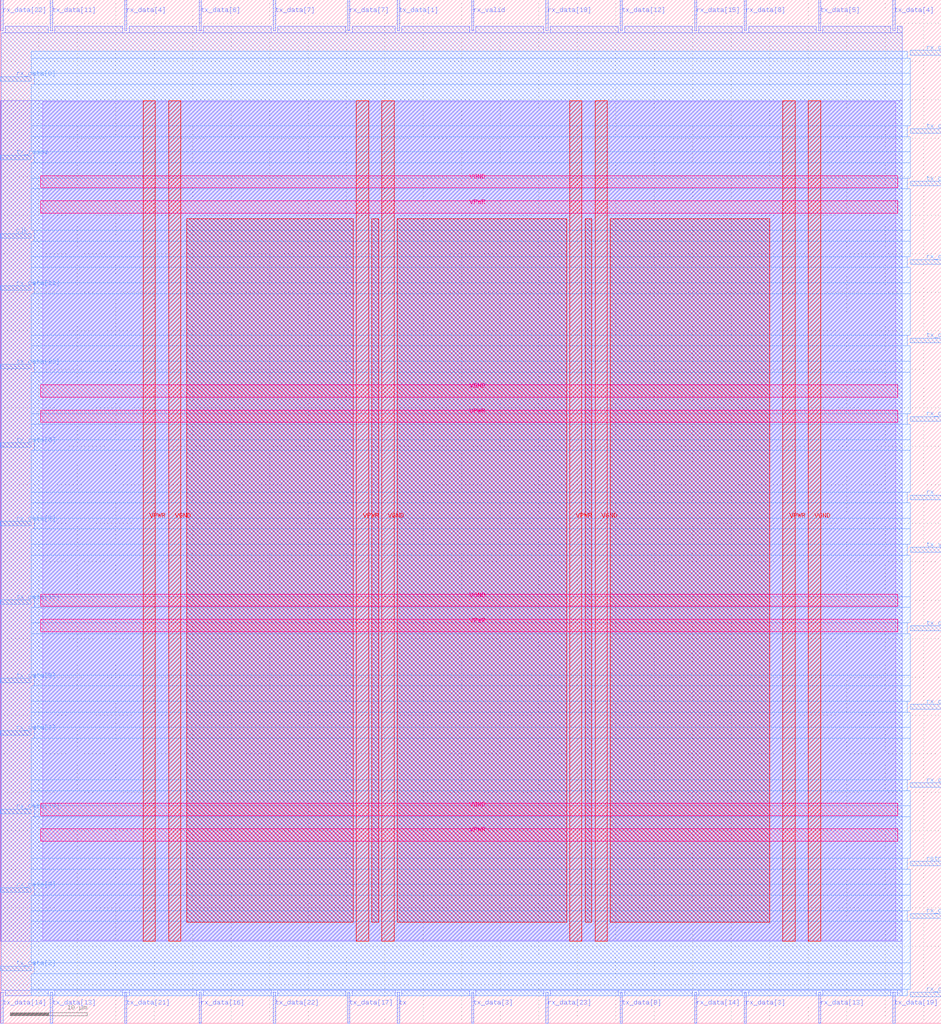
<source format=lef>
VERSION 5.7 ;
  NOWIREEXTENSIONATPIN ON ;
  DIVIDERCHAR "/" ;
  BUSBITCHARS "[]" ;
MACRO uart_top
  CLASS BLOCK ;
  FOREIGN uart_top ;
  ORIGIN 0.000 0.000 ;
  SIZE 122.300 BY 133.020 ;
  PIN VGND
    DIRECTION INOUT ;
    USE GROUND ;
    PORT
      LAYER met4 ;
        RECT 21.875 10.640 23.475 119.920 ;
    END
    PORT
      LAYER met4 ;
        RECT 49.590 10.640 51.190 119.920 ;
    END
    PORT
      LAYER met4 ;
        RECT 77.305 10.640 78.905 119.920 ;
    END
    PORT
      LAYER met4 ;
        RECT 105.020 10.640 106.620 119.920 ;
    END
    PORT
      LAYER met5 ;
        RECT 5.280 26.980 116.620 28.580 ;
    END
    PORT
      LAYER met5 ;
        RECT 5.280 54.180 116.620 55.780 ;
    END
    PORT
      LAYER met5 ;
        RECT 5.280 81.380 116.620 82.980 ;
    END
    PORT
      LAYER met5 ;
        RECT 5.280 108.580 116.620 110.180 ;
    END
  END VGND
  PIN VPWR
    DIRECTION INOUT ;
    USE POWER ;
    PORT
      LAYER met4 ;
        RECT 18.575 10.640 20.175 119.920 ;
    END
    PORT
      LAYER met4 ;
        RECT 46.290 10.640 47.890 119.920 ;
    END
    PORT
      LAYER met4 ;
        RECT 74.005 10.640 75.605 119.920 ;
    END
    PORT
      LAYER met4 ;
        RECT 101.720 10.640 103.320 119.920 ;
    END
    PORT
      LAYER met5 ;
        RECT 5.280 23.680 116.620 25.280 ;
    END
    PORT
      LAYER met5 ;
        RECT 5.280 50.880 116.620 52.480 ;
    END
    PORT
      LAYER met5 ;
        RECT 5.280 78.080 116.620 79.680 ;
    END
    PORT
      LAYER met5 ;
        RECT 5.280 105.280 116.620 106.880 ;
    END
  END VPWR
  PIN clk
    DIRECTION INPUT ;
    USE SIGNAL ;
    ANTENNAGATEAREA 0.852000 ;
    PORT
      LAYER met3 ;
        RECT 0.000 102.040 4.000 102.640 ;
    END
  END clk
  PIN rstn
    DIRECTION INPUT ;
    USE SIGNAL ;
    ANTENNAGATEAREA 0.126000 ;
    PORT
      LAYER met3 ;
        RECT 118.300 20.440 122.300 21.040 ;
    END
  END rstn
  PIN rx
    DIRECTION INPUT ;
    USE SIGNAL ;
    ANTENNAGATEAREA 0.196500 ;
    PORT
      LAYER met3 ;
        RECT 118.300 68.040 122.300 68.640 ;
    END
  END rx
  PIN rx_data[0]
    DIRECTION OUTPUT TRISTATE ;
    USE SIGNAL ;
    ANTENNADIFFAREA 0.795200 ;
    PORT
      LAYER met3 ;
        RECT 0.000 122.440 4.000 123.040 ;
    END
  END rx_data[0]
  PIN rx_data[10]
    DIRECTION OUTPUT TRISTATE ;
    USE SIGNAL ;
    ANTENNADIFFAREA 0.445500 ;
    PORT
      LAYER met3 ;
        RECT 118.300 78.240 122.300 78.840 ;
    END
  END rx_data[10]
  PIN rx_data[11]
    DIRECTION OUTPUT TRISTATE ;
    USE SIGNAL ;
    ANTENNADIFFAREA 0.795200 ;
    PORT
      LAYER met3 ;
        RECT 0.000 95.240 4.000 95.840 ;
    END
  END rx_data[11]
  PIN rx_data[12]
    DIRECTION OUTPUT TRISTATE ;
    USE SIGNAL ;
    ANTENNADIFFAREA 0.795200 ;
    PORT
      LAYER met3 ;
        RECT 118.300 13.640 122.300 14.240 ;
    END
  END rx_data[12]
  PIN rx_data[13]
    DIRECTION OUTPUT TRISTATE ;
    USE SIGNAL ;
    ANTENNADIFFAREA 0.795200 ;
    PORT
      LAYER met2 ;
        RECT 106.350 0.000 106.630 4.000 ;
    END
  END rx_data[13]
  PIN rx_data[14]
    DIRECTION OUTPUT TRISTATE ;
    USE SIGNAL ;
    ANTENNADIFFAREA 0.795200 ;
    PORT
      LAYER met2 ;
        RECT 90.250 0.000 90.530 4.000 ;
    END
  END rx_data[14]
  PIN rx_data[15]
    DIRECTION OUTPUT TRISTATE ;
    USE SIGNAL ;
    ANTENNADIFFAREA 0.795200 ;
    PORT
      LAYER met2 ;
        RECT 90.250 129.020 90.530 133.020 ;
    END
  END rx_data[15]
  PIN rx_data[16]
    DIRECTION OUTPUT TRISTATE ;
    USE SIGNAL ;
    ANTENNADIFFAREA 0.795200 ;
    PORT
      LAYER met2 ;
        RECT 25.850 0.000 26.130 4.000 ;
    END
  END rx_data[16]
  PIN rx_data[17]
    DIRECTION OUTPUT TRISTATE ;
    USE SIGNAL ;
    ANTENNADIFFAREA 0.445500 ;
    PORT
      LAYER met3 ;
        RECT 118.300 30.640 122.300 31.240 ;
    END
  END rx_data[17]
  PIN rx_data[18]
    DIRECTION OUTPUT TRISTATE ;
    USE SIGNAL ;
    ANTENNADIFFAREA 0.795200 ;
    PORT
      LAYER met2 ;
        RECT 70.930 129.020 71.210 133.020 ;
    END
  END rx_data[18]
  PIN rx_data[19]
    DIRECTION OUTPUT TRISTATE ;
    USE SIGNAL ;
    ANTENNADIFFAREA 0.795200 ;
    PORT
      LAYER met3 ;
        RECT 0.000 27.240 4.000 27.840 ;
    END
  END rx_data[19]
  PIN rx_data[1]
    DIRECTION OUTPUT TRISTATE ;
    USE SIGNAL ;
    ANTENNADIFFAREA 0.795200 ;
    PORT
      LAYER met3 ;
        RECT 0.000 37.440 4.000 38.040 ;
    END
  END rx_data[1]
  PIN rx_data[20]
    DIRECTION OUTPUT TRISTATE ;
    USE SIGNAL ;
    ANTENNADIFFAREA 0.795200 ;
    PORT
      LAYER met3 ;
        RECT 118.300 40.840 122.300 41.440 ;
    END
  END rx_data[20]
  PIN rx_data[21]
    DIRECTION OUTPUT TRISTATE ;
    USE SIGNAL ;
    ANTENNADIFFAREA 0.795200 ;
    PORT
      LAYER met3 ;
        RECT 118.300 98.640 122.300 99.240 ;
    END
  END rx_data[21]
  PIN rx_data[22]
    DIRECTION OUTPUT TRISTATE ;
    USE SIGNAL ;
    ANTENNADIFFAREA 0.795200 ;
    PORT
      LAYER met2 ;
        RECT 0.090 129.020 0.370 133.020 ;
    END
  END rx_data[22]
  PIN rx_data[23]
    DIRECTION OUTPUT TRISTATE ;
    USE SIGNAL ;
    ANTENNADIFFAREA 0.795200 ;
    PORT
      LAYER met2 ;
        RECT 70.930 0.000 71.210 4.000 ;
    END
  END rx_data[23]
  PIN rx_data[2]
    DIRECTION OUTPUT TRISTATE ;
    USE SIGNAL ;
    ANTENNADIFFAREA 0.795200 ;
    PORT
      LAYER met3 ;
        RECT 118.300 125.840 122.300 126.440 ;
    END
  END rx_data[2]
  PIN rx_data[3]
    DIRECTION OUTPUT TRISTATE ;
    USE SIGNAL ;
    ANTENNADIFFAREA 0.795200 ;
    PORT
      LAYER met2 ;
        RECT 96.690 0.000 96.970 4.000 ;
    END
  END rx_data[3]
  PIN rx_data[4]
    DIRECTION OUTPUT TRISTATE ;
    USE SIGNAL ;
    ANTENNADIFFAREA 0.795200 ;
    PORT
      LAYER met2 ;
        RECT 16.190 129.020 16.470 133.020 ;
    END
  END rx_data[4]
  PIN rx_data[5]
    DIRECTION OUTPUT TRISTATE ;
    USE SIGNAL ;
    ANTENNADIFFAREA 0.795200 ;
    PORT
      LAYER met3 ;
        RECT 0.000 64.640 4.000 65.240 ;
    END
  END rx_data[5]
  PIN rx_data[6]
    DIRECTION OUTPUT TRISTATE ;
    USE SIGNAL ;
    ANTENNADIFFAREA 0.795200 ;
    PORT
      LAYER met3 ;
        RECT 118.300 3.440 122.300 4.040 ;
    END
  END rx_data[6]
  PIN rx_data[7]
    DIRECTION OUTPUT TRISTATE ;
    USE SIGNAL ;
    ANTENNADIFFAREA 0.795200 ;
    PORT
      LAYER met2 ;
        RECT 45.170 129.020 45.450 133.020 ;
    END
  END rx_data[7]
  PIN rx_data[8]
    DIRECTION OUTPUT TRISTATE ;
    USE SIGNAL ;
    ANTENNADIFFAREA 0.795200 ;
    PORT
      LAYER met2 ;
        RECT 96.690 129.020 96.970 133.020 ;
    END
  END rx_data[8]
  PIN rx_data[9]
    DIRECTION OUTPUT TRISTATE ;
    USE SIGNAL ;
    ANTENNADIFFAREA 0.795200 ;
    PORT
      LAYER met3 ;
        RECT 0.000 17.040 4.000 17.640 ;
    END
  END rx_data[9]
  PIN rx_valid
    DIRECTION OUTPUT TRISTATE ;
    USE SIGNAL ;
    ANTENNADIFFAREA 0.795200 ;
    PORT
      LAYER met2 ;
        RECT 61.270 129.020 61.550 133.020 ;
    END
  END rx_valid
  PIN tx
    DIRECTION OUTPUT TRISTATE ;
    USE SIGNAL ;
    ANTENNADIFFAREA 0.795200 ;
    PORT
      LAYER met2 ;
        RECT 51.610 0.000 51.890 4.000 ;
    END
  END tx
  PIN tx_data[0]
    DIRECTION INPUT ;
    USE SIGNAL ;
    ANTENNAGATEAREA 0.196500 ;
    PORT
      LAYER met3 ;
        RECT 0.000 74.840 4.000 75.440 ;
    END
  END tx_data[0]
  PIN tx_data[10]
    DIRECTION INPUT ;
    USE SIGNAL ;
    ANTENNAGATEAREA 0.196500 ;
    PORT
      LAYER met3 ;
        RECT 118.300 108.840 122.300 109.440 ;
    END
  END tx_data[10]
  PIN tx_data[11]
    DIRECTION INPUT ;
    USE SIGNAL ;
    ANTENNAGATEAREA 0.196500 ;
    PORT
      LAYER met2 ;
        RECT 6.530 129.020 6.810 133.020 ;
    END
  END tx_data[11]
  PIN tx_data[12]
    DIRECTION INPUT ;
    USE SIGNAL ;
    ANTENNAGATEAREA 0.196500 ;
    PORT
      LAYER met2 ;
        RECT 80.590 129.020 80.870 133.020 ;
    END
  END tx_data[12]
  PIN tx_data[13]
    DIRECTION INPUT ;
    USE SIGNAL ;
    ANTENNAGATEAREA 0.196500 ;
    PORT
      LAYER met2 ;
        RECT 6.530 0.000 6.810 4.000 ;
    END
  END tx_data[13]
  PIN tx_data[14]
    DIRECTION INPUT ;
    USE SIGNAL ;
    ANTENNAGATEAREA 0.196500 ;
    PORT
      LAYER met2 ;
        RECT 0.090 0.000 0.370 4.000 ;
    END
  END tx_data[14]
  PIN tx_data[15]
    DIRECTION INPUT ;
    USE SIGNAL ;
    ANTENNAGATEAREA 0.196500 ;
    PORT
      LAYER met3 ;
        RECT 0.000 54.440 4.000 55.040 ;
    END
  END tx_data[15]
  PIN tx_data[16]
    DIRECTION INPUT ;
    USE SIGNAL ;
    ANTENNAGATEAREA 0.196500 ;
    PORT
      LAYER met3 ;
        RECT 118.300 115.640 122.300 116.240 ;
    END
  END tx_data[16]
  PIN tx_data[17]
    DIRECTION INPUT ;
    USE SIGNAL ;
    ANTENNAGATEAREA 0.196500 ;
    PORT
      LAYER met2 ;
        RECT 45.170 0.000 45.450 4.000 ;
    END
  END tx_data[17]
  PIN tx_data[18]
    DIRECTION INPUT ;
    USE SIGNAL ;
    ANTENNAGATEAREA 0.196500 ;
    PORT
      LAYER met3 ;
        RECT 118.300 88.440 122.300 89.040 ;
    END
  END tx_data[18]
  PIN tx_data[19]
    DIRECTION INPUT ;
    USE SIGNAL ;
    ANTENNAGATEAREA 0.196500 ;
    PORT
      LAYER met2 ;
        RECT 116.010 0.000 116.290 4.000 ;
    END
  END tx_data[19]
  PIN tx_data[1]
    DIRECTION INPUT ;
    USE SIGNAL ;
    ANTENNAGATEAREA 0.196500 ;
    PORT
      LAYER met2 ;
        RECT 51.610 129.020 51.890 133.020 ;
    END
  END tx_data[1]
  PIN tx_data[20]
    DIRECTION INPUT ;
    USE SIGNAL ;
    ANTENNAGATEAREA 0.196500 ;
    PORT
      LAYER met3 ;
        RECT 118.300 51.040 122.300 51.640 ;
    END
  END tx_data[20]
  PIN tx_data[21]
    DIRECTION INPUT ;
    USE SIGNAL ;
    ANTENNAGATEAREA 0.196500 ;
    PORT
      LAYER met2 ;
        RECT 16.190 0.000 16.470 4.000 ;
    END
  END tx_data[21]
  PIN tx_data[22]
    DIRECTION INPUT ;
    USE SIGNAL ;
    ANTENNAGATEAREA 0.196500 ;
    PORT
      LAYER met2 ;
        RECT 35.510 0.000 35.790 4.000 ;
    END
  END tx_data[22]
  PIN tx_data[23]
    DIRECTION INPUT ;
    USE SIGNAL ;
    ANTENNAGATEAREA 0.196500 ;
    PORT
      LAYER met3 ;
        RECT 0.000 85.040 4.000 85.640 ;
    END
  END tx_data[23]
  PIN tx_data[2]
    DIRECTION INPUT ;
    USE SIGNAL ;
    ANTENNAGATEAREA 0.196500 ;
    PORT
      LAYER met3 ;
        RECT 0.000 6.840 4.000 7.440 ;
    END
  END tx_data[2]
  PIN tx_data[3]
    DIRECTION INPUT ;
    USE SIGNAL ;
    ANTENNAGATEAREA 0.196500 ;
    PORT
      LAYER met2 ;
        RECT 61.270 0.000 61.550 4.000 ;
    END
  END tx_data[3]
  PIN tx_data[4]
    DIRECTION INPUT ;
    USE SIGNAL ;
    ANTENNAGATEAREA 0.196500 ;
    PORT
      LAYER met2 ;
        RECT 116.010 129.020 116.290 133.020 ;
    END
  END tx_data[4]
  PIN tx_data[5]
    DIRECTION INPUT ;
    USE SIGNAL ;
    ANTENNAGATEAREA 0.196500 ;
    PORT
      LAYER met2 ;
        RECT 106.350 129.020 106.630 133.020 ;
    END
  END tx_data[5]
  PIN tx_data[6]
    DIRECTION INPUT ;
    USE SIGNAL ;
    ANTENNAGATEAREA 0.196500 ;
    PORT
      LAYER met2 ;
        RECT 25.850 129.020 26.130 133.020 ;
    END
  END tx_data[6]
  PIN tx_data[7]
    DIRECTION INPUT ;
    USE SIGNAL ;
    ANTENNAGATEAREA 0.196500 ;
    PORT
      LAYER met2 ;
        RECT 35.510 129.020 35.790 133.020 ;
    END
  END tx_data[7]
  PIN tx_data[8]
    DIRECTION INPUT ;
    USE SIGNAL ;
    ANTENNAGATEAREA 0.196500 ;
    PORT
      LAYER met2 ;
        RECT 80.590 0.000 80.870 4.000 ;
    END
  END tx_data[8]
  PIN tx_data[9]
    DIRECTION INPUT ;
    USE SIGNAL ;
    ANTENNAGATEAREA 0.196500 ;
    PORT
      LAYER met3 ;
        RECT 0.000 44.240 4.000 44.840 ;
    END
  END tx_data[9]
  PIN tx_ready
    DIRECTION OUTPUT TRISTATE ;
    USE SIGNAL ;
    ANTENNADIFFAREA 0.795200 ;
    PORT
      LAYER met3 ;
        RECT 0.000 112.240 4.000 112.840 ;
    END
  END tx_ready
  PIN tx_valid
    DIRECTION INPUT ;
    USE SIGNAL ;
    ANTENNAGATEAREA 0.196500 ;
    PORT
      LAYER met3 ;
        RECT 118.300 61.240 122.300 61.840 ;
    END
  END tx_valid
  OBS
      LAYER li1 ;
        RECT 5.520 10.795 116.380 119.765 ;
      LAYER met1 ;
        RECT 0.070 10.640 117.230 119.920 ;
      LAYER met2 ;
        RECT 0.650 128.740 6.250 129.610 ;
        RECT 7.090 128.740 15.910 129.610 ;
        RECT 16.750 128.740 25.570 129.610 ;
        RECT 26.410 128.740 35.230 129.610 ;
        RECT 36.070 128.740 44.890 129.610 ;
        RECT 45.730 128.740 51.330 129.610 ;
        RECT 52.170 128.740 60.990 129.610 ;
        RECT 61.830 128.740 70.650 129.610 ;
        RECT 71.490 128.740 80.310 129.610 ;
        RECT 81.150 128.740 89.970 129.610 ;
        RECT 90.810 128.740 96.410 129.610 ;
        RECT 97.250 128.740 106.070 129.610 ;
        RECT 106.910 128.740 115.730 129.610 ;
        RECT 116.570 128.740 117.210 129.610 ;
        RECT 0.100 4.280 117.210 128.740 ;
        RECT 0.650 3.555 6.250 4.280 ;
        RECT 7.090 3.555 15.910 4.280 ;
        RECT 16.750 3.555 25.570 4.280 ;
        RECT 26.410 3.555 35.230 4.280 ;
        RECT 36.070 3.555 44.890 4.280 ;
        RECT 45.730 3.555 51.330 4.280 ;
        RECT 52.170 3.555 60.990 4.280 ;
        RECT 61.830 3.555 70.650 4.280 ;
        RECT 71.490 3.555 80.310 4.280 ;
        RECT 81.150 3.555 89.970 4.280 ;
        RECT 90.810 3.555 96.410 4.280 ;
        RECT 97.250 3.555 106.070 4.280 ;
        RECT 106.910 3.555 115.730 4.280 ;
        RECT 116.570 3.555 117.210 4.280 ;
      LAYER met3 ;
        RECT 4.000 125.440 117.900 126.305 ;
        RECT 4.000 123.440 118.300 125.440 ;
        RECT 4.400 122.040 118.300 123.440 ;
        RECT 4.000 116.640 118.300 122.040 ;
        RECT 4.000 115.240 117.900 116.640 ;
        RECT 4.000 113.240 118.300 115.240 ;
        RECT 4.400 111.840 118.300 113.240 ;
        RECT 4.000 109.840 118.300 111.840 ;
        RECT 4.000 108.440 117.900 109.840 ;
        RECT 4.000 103.040 118.300 108.440 ;
        RECT 4.400 101.640 118.300 103.040 ;
        RECT 4.000 99.640 118.300 101.640 ;
        RECT 4.000 98.240 117.900 99.640 ;
        RECT 4.000 96.240 118.300 98.240 ;
        RECT 4.400 94.840 118.300 96.240 ;
        RECT 4.000 89.440 118.300 94.840 ;
        RECT 4.000 88.040 117.900 89.440 ;
        RECT 4.000 86.040 118.300 88.040 ;
        RECT 4.400 84.640 118.300 86.040 ;
        RECT 4.000 79.240 118.300 84.640 ;
        RECT 4.000 77.840 117.900 79.240 ;
        RECT 4.000 75.840 118.300 77.840 ;
        RECT 4.400 74.440 118.300 75.840 ;
        RECT 4.000 69.040 118.300 74.440 ;
        RECT 4.000 67.640 117.900 69.040 ;
        RECT 4.000 65.640 118.300 67.640 ;
        RECT 4.400 64.240 118.300 65.640 ;
        RECT 4.000 62.240 118.300 64.240 ;
        RECT 4.000 60.840 117.900 62.240 ;
        RECT 4.000 55.440 118.300 60.840 ;
        RECT 4.400 54.040 118.300 55.440 ;
        RECT 4.000 52.040 118.300 54.040 ;
        RECT 4.000 50.640 117.900 52.040 ;
        RECT 4.000 45.240 118.300 50.640 ;
        RECT 4.400 43.840 118.300 45.240 ;
        RECT 4.000 41.840 118.300 43.840 ;
        RECT 4.000 40.440 117.900 41.840 ;
        RECT 4.000 38.440 118.300 40.440 ;
        RECT 4.400 37.040 118.300 38.440 ;
        RECT 4.000 31.640 118.300 37.040 ;
        RECT 4.000 30.240 117.900 31.640 ;
        RECT 4.000 28.240 118.300 30.240 ;
        RECT 4.400 26.840 118.300 28.240 ;
        RECT 4.000 21.440 118.300 26.840 ;
        RECT 4.000 20.040 117.900 21.440 ;
        RECT 4.000 18.040 118.300 20.040 ;
        RECT 4.400 16.640 118.300 18.040 ;
        RECT 4.000 14.640 118.300 16.640 ;
        RECT 4.000 13.240 117.900 14.640 ;
        RECT 4.000 7.840 118.300 13.240 ;
        RECT 4.400 6.440 118.300 7.840 ;
        RECT 4.000 4.440 118.300 6.440 ;
        RECT 4.000 3.575 117.900 4.440 ;
      LAYER met4 ;
        RECT 24.215 13.095 45.890 104.545 ;
        RECT 48.290 13.095 49.190 104.545 ;
        RECT 51.590 13.095 73.605 104.545 ;
        RECT 76.005 13.095 76.905 104.545 ;
        RECT 79.305 13.095 99.985 104.545 ;
  END
END uart_top
END LIBRARY


</source>
